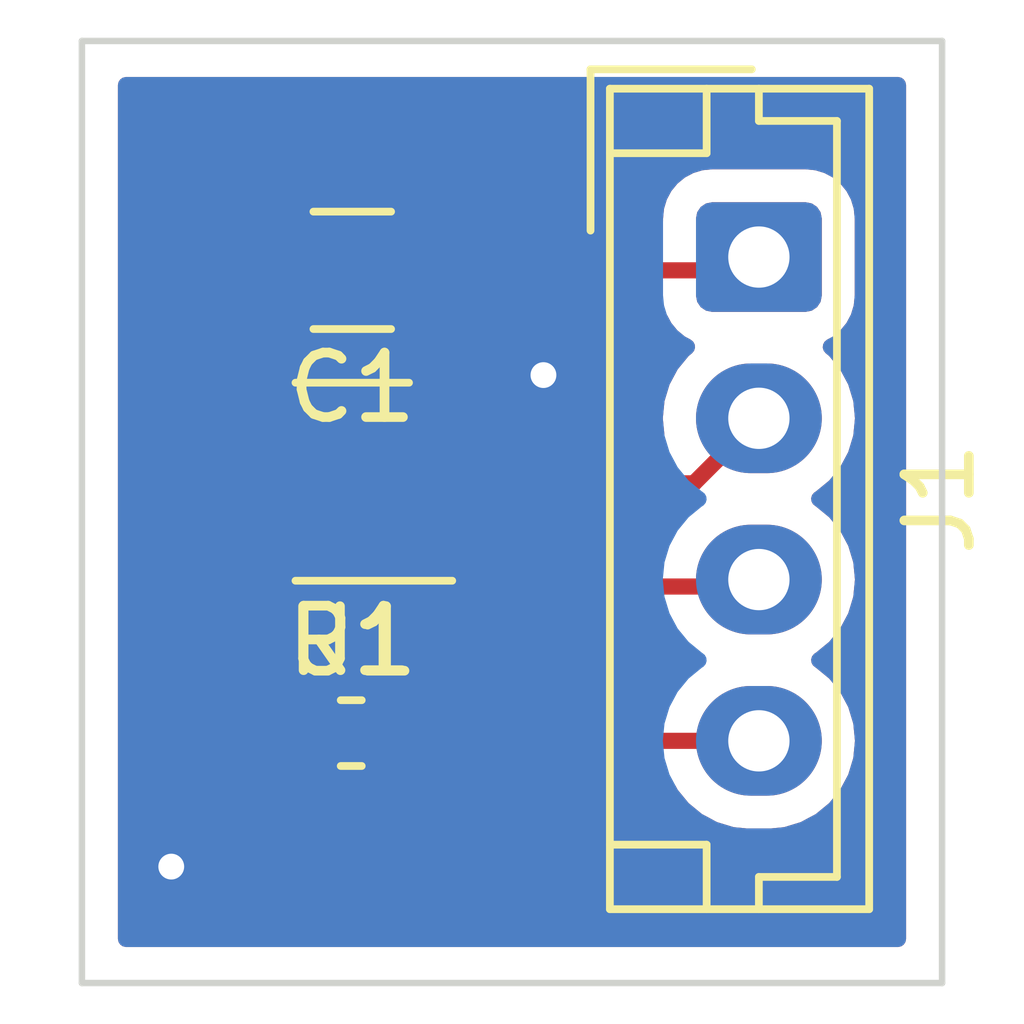
<source format=kicad_pcb>
(kicad_pcb (version 20171130) (host pcbnew "(5.1.6)-1")

  (general
    (thickness 1.6)
    (drawings 4)
    (tracks 23)
    (zones 0)
    (modules 4)
    (nets 7)
  )

  (page A4)
  (layers
    (0 F.Cu signal)
    (31 B.Cu signal hide)
    (32 B.Adhes user)
    (33 F.Adhes user)
    (34 B.Paste user)
    (35 F.Paste user)
    (36 B.SilkS user)
    (37 F.SilkS user)
    (38 B.Mask user)
    (39 F.Mask user)
    (40 Dwgs.User user)
    (41 Cmts.User user)
    (42 Eco1.User user)
    (43 Eco2.User user)
    (44 Edge.Cuts user)
    (45 Margin user)
    (46 B.CrtYd user)
    (47 F.CrtYd user)
    (48 B.Fab user)
    (49 F.Fab user)
  )

  (setup
    (last_trace_width 0.25)
    (trace_clearance 0.2)
    (zone_clearance 0.508)
    (zone_45_only no)
    (trace_min 0.2)
    (via_size 0.8)
    (via_drill 0.4)
    (via_min_size 0.4)
    (via_min_drill 0.3)
    (uvia_size 0.3)
    (uvia_drill 0.1)
    (uvias_allowed no)
    (uvia_min_size 0.2)
    (uvia_min_drill 0.1)
    (edge_width 0.05)
    (segment_width 0.2)
    (pcb_text_width 0.3)
    (pcb_text_size 1.5 1.5)
    (mod_edge_width 0.12)
    (mod_text_size 1 1)
    (mod_text_width 0.15)
    (pad_size 1.524 1.524)
    (pad_drill 0.762)
    (pad_to_mask_clearance 0.05)
    (aux_axis_origin 0 0)
    (visible_elements 7FFFFFFF)
    (pcbplotparams
      (layerselection 0x010fc_ffffffff)
      (usegerberextensions false)
      (usegerberattributes true)
      (usegerberadvancedattributes true)
      (creategerberjobfile true)
      (excludeedgelayer true)
      (linewidth 0.100000)
      (plotframeref false)
      (viasonmask false)
      (mode 1)
      (useauxorigin false)
      (hpglpennumber 1)
      (hpglpenspeed 20)
      (hpglpendiameter 15.000000)
      (psnegative false)
      (psa4output false)
      (plotreference true)
      (plotvalue true)
      (plotinvisibletext false)
      (padsonsilk false)
      (subtractmaskfromsilk false)
      (outputformat 1)
      (mirror false)
      (drillshape 1)
      (scaleselection 1)
      (outputdirectory ""))
  )

  (net 0 "")
  (net 1 V_out)
  (net 2 "Net-(C1-Pad2)")
  (net 3 V_in)
  (net 4 -5V)
  (net 5 +5V)
  (net 6 GND)

  (net_class Default "This is the default net class."
    (clearance 0.2)
    (trace_width 0.25)
    (via_dia 0.8)
    (via_drill 0.4)
    (uvia_dia 0.3)
    (uvia_drill 0.1)
    (add_net +5V)
    (add_net -5V)
    (add_net GND)
    (add_net "Net-(C1-Pad2)")
    (add_net V_in)
    (add_net V_out)
  )

  (module Capacitor_SMD:C_1206_3216Metric_Pad1.42x1.75mm_HandSolder placed (layer F.Cu) (tedit 5B301BBE) (tstamp 5EEBDB32)
    (at 96.266 39.116 180)
    (descr "Capacitor SMD 1206 (3216 Metric), square (rectangular) end terminal, IPC_7351 nominal with elongated pad for handsoldering. (Body size source: http://www.tortai-tech.com/upload/download/2011102023233369053.pdf), generated with kicad-footprint-generator")
    (tags "capacitor handsolder")
    (path /5EEBC28A)
    (attr smd)
    (fp_text reference C1 (at 0 -1.82) (layer F.SilkS)
      (effects (font (size 1 1) (thickness 0.15)))
    )
    (fp_text value C (at 0 1.524) (layer F.Fab)
      (effects (font (size 0.5 0.5) (thickness 0.125)))
    )
    (fp_line (start -1.6 0.8) (end -1.6 -0.8) (layer F.Fab) (width 0.1))
    (fp_line (start -1.6 -0.8) (end 1.6 -0.8) (layer F.Fab) (width 0.1))
    (fp_line (start 1.6 -0.8) (end 1.6 0.8) (layer F.Fab) (width 0.1))
    (fp_line (start 1.6 0.8) (end -1.6 0.8) (layer F.Fab) (width 0.1))
    (fp_line (start -0.602064 -0.91) (end 0.602064 -0.91) (layer F.SilkS) (width 0.12))
    (fp_line (start -0.602064 0.91) (end 0.602064 0.91) (layer F.SilkS) (width 0.12))
    (fp_line (start -2.45 1.12) (end -2.45 -1.12) (layer F.CrtYd) (width 0.05))
    (fp_line (start -2.45 -1.12) (end 2.45 -1.12) (layer F.CrtYd) (width 0.05))
    (fp_line (start 2.45 -1.12) (end 2.45 1.12) (layer F.CrtYd) (width 0.05))
    (fp_line (start 2.45 1.12) (end -2.45 1.12) (layer F.CrtYd) (width 0.05))
    (fp_text user %R (at 0 0) (layer F.Fab)
      (effects (font (size 0.8 0.8) (thickness 0.12)))
    )
    (pad 1 smd roundrect (at -1.4875 0 180) (size 1.425 1.75) (layers F.Cu F.Paste F.Mask) (roundrect_rratio 0.175439)
      (net 1 V_out))
    (pad 2 smd roundrect (at 1.4875 0 180) (size 1.425 1.75) (layers F.Cu F.Paste F.Mask) (roundrect_rratio 0.175439)
      (net 2 "Net-(C1-Pad2)"))
    (model ${KISYS3DMOD}/Capacitor_SMD.3dshapes/C_1206_3216Metric.wrl
      (at (xyz 0 0 0))
      (scale (xyz 1 1 1))
      (rotate (xyz 0 0 0))
    )
  )

  (module Resistor_SMD:R_0603_1608Metric placed (layer F.Cu) (tedit 5B301BBD) (tstamp 5EEBD33B)
    (at 96.25 46.29)
    (descr "Resistor SMD 0603 (1608 Metric), square (rectangular) end terminal, IPC_7351 nominal, (Body size source: http://www.tortai-tech.com/upload/download/2011102023233369053.pdf), generated with kicad-footprint-generator")
    (tags resistor)
    (path /5EEB676C)
    (attr smd)
    (fp_text reference R1 (at 0 -1.43) (layer F.SilkS)
      (effects (font (size 1 1) (thickness 0.15)))
    )
    (fp_text value 100 (at 0 1.43) (layer F.Fab)
      (effects (font (size 0.5 0.5) (thickness 0.125)))
    )
    (fp_line (start -0.8 0.4) (end -0.8 -0.4) (layer F.Fab) (width 0.1))
    (fp_line (start -0.8 -0.4) (end 0.8 -0.4) (layer F.Fab) (width 0.1))
    (fp_line (start 0.8 -0.4) (end 0.8 0.4) (layer F.Fab) (width 0.1))
    (fp_line (start 0.8 0.4) (end -0.8 0.4) (layer F.Fab) (width 0.1))
    (fp_line (start -0.162779 -0.51) (end 0.162779 -0.51) (layer F.SilkS) (width 0.12))
    (fp_line (start -0.162779 0.51) (end 0.162779 0.51) (layer F.SilkS) (width 0.12))
    (fp_line (start -1.48 0.73) (end -1.48 -0.73) (layer F.CrtYd) (width 0.05))
    (fp_line (start -1.48 -0.73) (end 1.48 -0.73) (layer F.CrtYd) (width 0.05))
    (fp_line (start 1.48 -0.73) (end 1.48 0.73) (layer F.CrtYd) (width 0.05))
    (fp_line (start 1.48 0.73) (end -1.48 0.73) (layer F.CrtYd) (width 0.05))
    (fp_text user %R (at 0 0) (layer F.Fab)
      (effects (font (size 0.4 0.4) (thickness 0.06)))
    )
    (pad 1 smd roundrect (at -0.7875 0) (size 0.875 0.95) (layers F.Cu F.Paste F.Mask) (roundrect_rratio 0.25)
      (net 2 "Net-(C1-Pad2)"))
    (pad 2 smd roundrect (at 0.7875 0) (size 0.875 0.95) (layers F.Cu F.Paste F.Mask) (roundrect_rratio 0.25)
      (net 3 V_in))
    (model ${KISYS3DMOD}/Resistor_SMD.3dshapes/R_0603_1608Metric.wrl
      (at (xyz 0 0 0))
      (scale (xyz 1 1 1))
      (rotate (xyz 0 0 0))
    )
  )

  (module Package_TO_SOT_SMD:TSOT-23-5 placed (layer F.Cu) (tedit 5A02FF57) (tstamp 5EEBD350)
    (at 96.266 42.418 180)
    (descr "5-pin TSOT23 package, http://cds.linear.com/docs/en/packaging/SOT_5_05-08-1635.pdf")
    (tags TSOT-23-5)
    (path /5EECCE36)
    (attr smd)
    (fp_text reference U1 (at 0 -2.45) (layer F.SilkS)
      (effects (font (size 1 1) (thickness 0.15)))
    )
    (fp_text value AD8603 (at 3.048 0 90) (layer F.Fab)
      (effects (font (size 0.5 0.5) (thickness 0.125)))
    )
    (fp_line (start -0.88 1.56) (end 0.88 1.56) (layer F.SilkS) (width 0.12))
    (fp_line (start 0.88 -1.51) (end -1.55 -1.51) (layer F.SilkS) (width 0.12))
    (fp_line (start -0.88 -1) (end -0.43 -1.45) (layer F.Fab) (width 0.1))
    (fp_line (start 0.88 -1.45) (end -0.43 -1.45) (layer F.Fab) (width 0.1))
    (fp_line (start -0.88 -1) (end -0.88 1.45) (layer F.Fab) (width 0.1))
    (fp_line (start 0.88 1.45) (end -0.88 1.45) (layer F.Fab) (width 0.1))
    (fp_line (start 0.88 -1.45) (end 0.88 1.45) (layer F.Fab) (width 0.1))
    (fp_line (start -2.17 -1.7) (end 2.17 -1.7) (layer F.CrtYd) (width 0.05))
    (fp_line (start -2.17 -1.7) (end -2.17 1.7) (layer F.CrtYd) (width 0.05))
    (fp_line (start 2.17 1.7) (end 2.17 -1.7) (layer F.CrtYd) (width 0.05))
    (fp_line (start 2.17 1.7) (end -2.17 1.7) (layer F.CrtYd) (width 0.05))
    (fp_text user %R (at 0 0) (layer F.Fab)
      (effects (font (size 0.5 0.5) (thickness 0.075)))
    )
    (pad 1 smd rect (at -1.31 -0.95 180) (size 1.22 0.65) (layers F.Cu F.Paste F.Mask)
      (net 1 V_out))
    (pad 2 smd rect (at -1.31 0 180) (size 1.22 0.65) (layers F.Cu F.Paste F.Mask)
      (net 4 -5V))
    (pad 3 smd rect (at -1.31 0.95 180) (size 1.22 0.65) (layers F.Cu F.Paste F.Mask)
      (net 6 GND))
    (pad 4 smd rect (at 1.31 0.95 180) (size 1.22 0.65) (layers F.Cu F.Paste F.Mask)
      (net 2 "Net-(C1-Pad2)"))
    (pad 5 smd rect (at 1.31 -0.95 180) (size 1.22 0.65) (layers F.Cu F.Paste F.Mask)
      (net 5 +5V))
    (model ${KISYS3DMOD}/Package_TO_SOT_SMD.3dshapes/TSOT-23-5.wrl
      (at (xyz 0 0 0))
      (scale (xyz 1 1 1))
      (rotate (xyz 0 0 0))
    )
  )

  (module Connector_JST:JST_EH_B4B-EH-A_1x04_P2.50mm_Vertical (layer F.Cu) (tedit 5C28142C) (tstamp 5EEB9615)
    (at 102.57 38.91 270)
    (descr "JST EH series connector, B4B-EH-A (http://www.jst-mfg.com/product/pdf/eng/eEH.pdf), generated with kicad-footprint-generator")
    (tags "connector JST EH vertical")
    (path /5EEC02F3)
    (fp_text reference J1 (at 3.75 -2.8 90) (layer F.SilkS)
      (effects (font (size 1 1) (thickness 0.15)))
    )
    (fp_text value Conn_01x04 (at 3.75 3.4 90) (layer F.Fab)
      (effects (font (size 1 1) (thickness 0.15)))
    )
    (fp_line (start -2.91 2.61) (end -0.41 2.61) (layer F.Fab) (width 0.1))
    (fp_line (start -2.91 0.11) (end -2.91 2.61) (layer F.Fab) (width 0.1))
    (fp_line (start -2.91 2.61) (end -0.41 2.61) (layer F.SilkS) (width 0.12))
    (fp_line (start -2.91 0.11) (end -2.91 2.61) (layer F.SilkS) (width 0.12))
    (fp_line (start 9.11 0.81) (end 9.11 2.31) (layer F.SilkS) (width 0.12))
    (fp_line (start 10.11 0.81) (end 9.11 0.81) (layer F.SilkS) (width 0.12))
    (fp_line (start -1.61 0.81) (end -1.61 2.31) (layer F.SilkS) (width 0.12))
    (fp_line (start -2.61 0.81) (end -1.61 0.81) (layer F.SilkS) (width 0.12))
    (fp_line (start 9.61 0) (end 10.11 0) (layer F.SilkS) (width 0.12))
    (fp_line (start 9.61 -1.21) (end 9.61 0) (layer F.SilkS) (width 0.12))
    (fp_line (start -2.11 -1.21) (end 9.61 -1.21) (layer F.SilkS) (width 0.12))
    (fp_line (start -2.11 0) (end -2.11 -1.21) (layer F.SilkS) (width 0.12))
    (fp_line (start -2.61 0) (end -2.11 0) (layer F.SilkS) (width 0.12))
    (fp_line (start 10.11 -1.71) (end -2.61 -1.71) (layer F.SilkS) (width 0.12))
    (fp_line (start 10.11 2.31) (end 10.11 -1.71) (layer F.SilkS) (width 0.12))
    (fp_line (start -2.61 2.31) (end 10.11 2.31) (layer F.SilkS) (width 0.12))
    (fp_line (start -2.61 -1.71) (end -2.61 2.31) (layer F.SilkS) (width 0.12))
    (fp_line (start 10.5 -2.1) (end -3 -2.1) (layer F.CrtYd) (width 0.05))
    (fp_line (start 10.5 2.7) (end 10.5 -2.1) (layer F.CrtYd) (width 0.05))
    (fp_line (start -3 2.7) (end 10.5 2.7) (layer F.CrtYd) (width 0.05))
    (fp_line (start -3 -2.1) (end -3 2.7) (layer F.CrtYd) (width 0.05))
    (fp_line (start 10 -1.6) (end -2.5 -1.6) (layer F.Fab) (width 0.1))
    (fp_line (start 10 2.2) (end 10 -1.6) (layer F.Fab) (width 0.1))
    (fp_line (start -2.5 2.2) (end 10 2.2) (layer F.Fab) (width 0.1))
    (fp_line (start -2.5 -1.6) (end -2.5 2.2) (layer F.Fab) (width 0.1))
    (fp_text user %R (at 3.75 1.5 90) (layer F.Fab)
      (effects (font (size 1 1) (thickness 0.15)))
    )
    (pad 1 thru_hole roundrect (at 0 0 270) (size 1.7 1.95) (drill 0.95) (layers *.Cu *.Mask) (roundrect_rratio 0.147059)
      (net 1 V_out))
    (pad 2 thru_hole oval (at 2.5 0 270) (size 1.7 1.95) (drill 0.95) (layers *.Cu *.Mask)
      (net 4 -5V))
    (pad 3 thru_hole oval (at 5 0 270) (size 1.7 1.95) (drill 0.95) (layers *.Cu *.Mask)
      (net 5 +5V))
    (pad 4 thru_hole oval (at 7.5 0 270) (size 1.7 1.95) (drill 0.95) (layers *.Cu *.Mask)
      (net 3 V_in))
    (model ${KISYS3DMOD}/Connector_JST.3dshapes/JST_EH_B4B-EH-A_1x04_P2.50mm_Vertical.wrl
      (at (xyz 0 0 0))
      (scale (xyz 1 1 1))
      (rotate (xyz 0 0 0))
    )
  )

  (gr_line (start 105.41 35.56) (end 105.41 50.165) (layer Edge.Cuts) (width 0.1))
  (gr_line (start 92.075 35.56) (end 105.41 35.56) (layer Edge.Cuts) (width 0.1))
  (gr_line (start 92.075 50.165) (end 92.075 35.56) (layer Edge.Cuts) (width 0.1))
  (gr_line (start 105.41 50.165) (end 92.075 50.165) (layer Edge.Cuts) (width 0.1))

  (via (at 93.46 48.36) (size 0.8) (drill 0.4) (layers F.Cu B.Cu) (net 6))
  (segment (start 96.640999 43.292999) (end 96.716 43.368) (width 0.25) (layer F.Cu) (net 1))
  (segment (start 96.640999 40.228501) (end 96.640999 43.292999) (width 0.25) (layer F.Cu) (net 1))
  (segment (start 96.716 43.368) (end 97.576 43.368) (width 0.25) (layer F.Cu) (net 1))
  (segment (start 97.7535 39.116) (end 96.640999 40.228501) (width 0.25) (layer F.Cu) (net 1))
  (segment (start 102.364 39.116) (end 102.57 38.91) (width 0.25) (layer F.Cu) (net 1))
  (segment (start 97.7535 39.116) (end 102.364 39.116) (width 0.25) (layer F.Cu) (net 1))
  (segment (start 94.7785 41.2905) (end 94.956 41.468) (width 0.25) (layer F.Cu) (net 2))
  (segment (start 94.7785 39.116) (end 94.7785 41.2905) (width 0.25) (layer F.Cu) (net 2))
  (segment (start 94.020999 44.848499) (end 95.4625 46.29) (width 0.25) (layer F.Cu) (net 2))
  (segment (start 94.020999 42.403001) (end 94.020999 44.848499) (width 0.25) (layer F.Cu) (net 2))
  (segment (start 94.956 41.468) (end 94.020999 42.403001) (width 0.25) (layer F.Cu) (net 2))
  (segment (start 97.1575 46.41) (end 97.0375 46.29) (width 0.25) (layer F.Cu) (net 3))
  (segment (start 102.57 46.41) (end 97.1575 46.41) (width 0.25) (layer F.Cu) (net 3))
  (segment (start 97.738 42.58) (end 97.576 42.418) (width 0.25) (layer F.Cu) (net 4))
  (segment (start 101.562 42.418) (end 97.576 42.418) (width 0.25) (layer F.Cu) (net 4))
  (segment (start 102.57 41.41) (end 101.562 42.418) (width 0.25) (layer F.Cu) (net 4))
  (segment (start 95.606001 44.018001) (end 94.956 43.368) (width 0.25) (layer F.Cu) (net 5))
  (segment (start 102.461999 44.018001) (end 95.606001 44.018001) (width 0.25) (layer F.Cu) (net 5))
  (segment (start 102.57 43.91) (end 102.461999 44.018001) (width 0.25) (layer F.Cu) (net 5))
  (via (at 99.23 40.74) (size 0.8) (drill 0.4) (layers F.Cu B.Cu) (net 6))
  (segment (start 97.576 41.468) (end 99.228 41.468) (width 0.25) (layer F.Cu) (net 6))
  (segment (start 99.228 41.468) (end 99.28 41.52) (width 0.25) (layer F.Cu) (net 6))

  (zone (net 6) (net_name GND) (layer B.Cu) (tstamp 0) (hatch edge 0.508)
    (connect_pads (clearance 0.508))
    (min_thickness 0.254)
    (fill yes (arc_segments 32) (thermal_gap 0.508) (thermal_bridge_width 0.508))
    (polygon
      (pts
        (xy 106.68 50.8) (xy 90.805 50.8) (xy 90.805 34.925) (xy 106.68 34.925)
      )
    )
    (filled_polygon
      (pts
        (xy 104.725001 49.48) (xy 92.76 49.48) (xy 92.76 41.41) (xy 100.952815 41.41) (xy 100.981487 41.701111)
        (xy 101.066401 41.981034) (xy 101.204294 42.239014) (xy 101.389866 42.465134) (xy 101.615986 42.650706) (xy 101.633374 42.66)
        (xy 101.615986 42.669294) (xy 101.389866 42.854866) (xy 101.204294 43.080986) (xy 101.066401 43.338966) (xy 100.981487 43.618889)
        (xy 100.952815 43.91) (xy 100.981487 44.201111) (xy 101.066401 44.481034) (xy 101.204294 44.739014) (xy 101.389866 44.965134)
        (xy 101.615986 45.150706) (xy 101.633374 45.16) (xy 101.615986 45.169294) (xy 101.389866 45.354866) (xy 101.204294 45.580986)
        (xy 101.066401 45.838966) (xy 100.981487 46.118889) (xy 100.952815 46.41) (xy 100.981487 46.701111) (xy 101.066401 46.981034)
        (xy 101.204294 47.239014) (xy 101.389866 47.465134) (xy 101.615986 47.650706) (xy 101.873966 47.788599) (xy 102.153889 47.873513)
        (xy 102.37205 47.895) (xy 102.76795 47.895) (xy 102.986111 47.873513) (xy 103.266034 47.788599) (xy 103.524014 47.650706)
        (xy 103.750134 47.465134) (xy 103.935706 47.239014) (xy 104.073599 46.981034) (xy 104.158513 46.701111) (xy 104.187185 46.41)
        (xy 104.158513 46.118889) (xy 104.073599 45.838966) (xy 103.935706 45.580986) (xy 103.750134 45.354866) (xy 103.524014 45.169294)
        (xy 103.506626 45.16) (xy 103.524014 45.150706) (xy 103.750134 44.965134) (xy 103.935706 44.739014) (xy 104.073599 44.481034)
        (xy 104.158513 44.201111) (xy 104.187185 43.91) (xy 104.158513 43.618889) (xy 104.073599 43.338966) (xy 103.935706 43.080986)
        (xy 103.750134 42.854866) (xy 103.524014 42.669294) (xy 103.506626 42.66) (xy 103.524014 42.650706) (xy 103.750134 42.465134)
        (xy 103.935706 42.239014) (xy 104.073599 41.981034) (xy 104.158513 41.701111) (xy 104.187185 41.41) (xy 104.158513 41.118889)
        (xy 104.073599 40.838966) (xy 103.935706 40.580986) (xy 103.750134 40.354866) (xy 103.686663 40.302777) (xy 103.788386 40.248405)
        (xy 103.922962 40.137962) (xy 104.033405 40.003386) (xy 104.115472 39.84985) (xy 104.166008 39.683254) (xy 104.183072 39.51)
        (xy 104.183072 38.31) (xy 104.166008 38.136746) (xy 104.115472 37.97015) (xy 104.033405 37.816614) (xy 103.922962 37.682038)
        (xy 103.788386 37.571595) (xy 103.63485 37.489528) (xy 103.468254 37.438992) (xy 103.295 37.421928) (xy 101.845 37.421928)
        (xy 101.671746 37.438992) (xy 101.50515 37.489528) (xy 101.351614 37.571595) (xy 101.217038 37.682038) (xy 101.106595 37.816614)
        (xy 101.024528 37.97015) (xy 100.973992 38.136746) (xy 100.956928 38.31) (xy 100.956928 39.51) (xy 100.973992 39.683254)
        (xy 101.024528 39.84985) (xy 101.106595 40.003386) (xy 101.217038 40.137962) (xy 101.351614 40.248405) (xy 101.453337 40.302777)
        (xy 101.389866 40.354866) (xy 101.204294 40.580986) (xy 101.066401 40.838966) (xy 100.981487 41.118889) (xy 100.952815 41.41)
        (xy 92.76 41.41) (xy 92.76 36.245) (xy 104.725 36.245)
      )
    )
  )
  (zone (net 6) (net_name GND) (layer F.Cu) (tstamp 0) (hatch edge 0.508)
    (connect_pads (clearance 0.508))
    (min_thickness 0.254)
    (fill yes (arc_segments 32) (thermal_gap 0.508) (thermal_bridge_width 0.508))
    (polygon
      (pts
        (xy 106.68 50.8) (xy 90.805 50.8) (xy 90.805 34.925) (xy 106.68 34.925)
      )
    )
    (filled_polygon
      (pts
        (xy 104.725001 49.48) (xy 92.76 49.48) (xy 92.76 42.403001) (xy 93.257323 42.403001) (xy 93.260999 42.440324)
        (xy 93.261 44.811167) (xy 93.257323 44.848499) (xy 93.271997 44.997484) (xy 93.315453 45.140745) (xy 93.386025 45.272775)
        (xy 93.399012 45.288599) (xy 93.480999 45.3885) (xy 93.509997 45.412298) (xy 94.386928 46.28923) (xy 94.386928 46.54625)
        (xy 94.403392 46.713408) (xy 94.45215 46.874142) (xy 94.531329 47.022275) (xy 94.637885 47.152115) (xy 94.767725 47.258671)
        (xy 94.915858 47.33785) (xy 95.076592 47.386608) (xy 95.24375 47.403072) (xy 95.68125 47.403072) (xy 95.848408 47.386608)
        (xy 96.009142 47.33785) (xy 96.157275 47.258671) (xy 96.25 47.182574) (xy 96.342725 47.258671) (xy 96.490858 47.33785)
        (xy 96.651592 47.386608) (xy 96.81875 47.403072) (xy 97.25625 47.403072) (xy 97.423408 47.386608) (xy 97.584142 47.33785)
        (xy 97.732275 47.258671) (xy 97.840322 47.17) (xy 101.167405 47.17) (xy 101.204294 47.239014) (xy 101.389866 47.465134)
        (xy 101.615986 47.650706) (xy 101.873966 47.788599) (xy 102.153889 47.873513) (xy 102.37205 47.895) (xy 102.76795 47.895)
        (xy 102.986111 47.873513) (xy 103.266034 47.788599) (xy 103.524014 47.650706) (xy 103.750134 47.465134) (xy 103.935706 47.239014)
        (xy 104.073599 46.981034) (xy 104.158513 46.701111) (xy 104.187185 46.41) (xy 104.158513 46.118889) (xy 104.073599 45.838966)
        (xy 103.935706 45.580986) (xy 103.750134 45.354866) (xy 103.524014 45.169294) (xy 103.506626 45.16) (xy 103.524014 45.150706)
        (xy 103.750134 44.965134) (xy 103.935706 44.739014) (xy 104.073599 44.481034) (xy 104.158513 44.201111) (xy 104.187185 43.91)
        (xy 104.158513 43.618889) (xy 104.073599 43.338966) (xy 103.935706 43.080986) (xy 103.750134 42.854866) (xy 103.524014 42.669294)
        (xy 103.506626 42.66) (xy 103.524014 42.650706) (xy 103.750134 42.465134) (xy 103.935706 42.239014) (xy 104.073599 41.981034)
        (xy 104.158513 41.701111) (xy 104.187185 41.41) (xy 104.158513 41.118889) (xy 104.073599 40.838966) (xy 103.935706 40.580986)
        (xy 103.750134 40.354866) (xy 103.686663 40.302777) (xy 103.788386 40.248405) (xy 103.922962 40.137962) (xy 104.033405 40.003386)
        (xy 104.115472 39.84985) (xy 104.166008 39.683254) (xy 104.183072 39.51) (xy 104.183072 38.31) (xy 104.166008 38.136746)
        (xy 104.115472 37.97015) (xy 104.033405 37.816614) (xy 103.922962 37.682038) (xy 103.788386 37.571595) (xy 103.63485 37.489528)
        (xy 103.468254 37.438992) (xy 103.295 37.421928) (xy 101.845 37.421928) (xy 101.671746 37.438992) (xy 101.50515 37.489528)
        (xy 101.351614 37.571595) (xy 101.217038 37.682038) (xy 101.106595 37.816614) (xy 101.024528 37.97015) (xy 100.973992 38.136746)
        (xy 100.956928 38.31) (xy 100.956928 38.356) (xy 99.090776 38.356) (xy 99.087008 38.317746) (xy 99.036472 38.15115)
        (xy 98.954405 37.997614) (xy 98.843962 37.863038) (xy 98.709386 37.752595) (xy 98.55585 37.670528) (xy 98.389254 37.619992)
        (xy 98.216 37.602928) (xy 97.291 37.602928) (xy 97.117746 37.619992) (xy 96.95115 37.670528) (xy 96.797614 37.752595)
        (xy 96.663038 37.863038) (xy 96.552595 37.997614) (xy 96.470528 38.15115) (xy 96.419992 38.317746) (xy 96.402928 38.491)
        (xy 96.402928 39.391771) (xy 96.130001 39.664697) (xy 96.129072 39.66546) (xy 96.129072 38.491) (xy 96.112008 38.317746)
        (xy 96.061472 38.15115) (xy 95.979405 37.997614) (xy 95.868962 37.863038) (xy 95.734386 37.752595) (xy 95.58085 37.670528)
        (xy 95.414254 37.619992) (xy 95.241 37.602928) (xy 94.316 37.602928) (xy 94.142746 37.619992) (xy 93.97615 37.670528)
        (xy 93.822614 37.752595) (xy 93.688038 37.863038) (xy 93.577595 37.997614) (xy 93.495528 38.15115) (xy 93.444992 38.317746)
        (xy 93.427928 38.491) (xy 93.427928 39.741) (xy 93.444992 39.914254) (xy 93.495528 40.08085) (xy 93.577595 40.234386)
        (xy 93.688038 40.368962) (xy 93.822614 40.479405) (xy 93.97615 40.561472) (xy 94.018501 40.574319) (xy 94.018501 40.598034)
        (xy 93.991506 40.612463) (xy 93.894815 40.691815) (xy 93.815463 40.788506) (xy 93.756498 40.89882) (xy 93.720188 41.018518)
        (xy 93.707928 41.143) (xy 93.707928 41.641271) (xy 93.510001 41.839197) (xy 93.480998 41.863) (xy 93.44489 41.906998)
        (xy 93.386025 41.978725) (xy 93.345695 42.054177) (xy 93.315453 42.110755) (xy 93.271996 42.254016) (xy 93.260999 42.365669)
        (xy 93.260999 42.365679) (xy 93.257323 42.403001) (xy 92.76 42.403001) (xy 92.76 36.245) (xy 104.725 36.245)
      )
    )
    (filled_polygon
      (pts
        (xy 101.106595 40.003386) (xy 101.217038 40.137962) (xy 101.351614 40.248405) (xy 101.453337 40.302777) (xy 101.389866 40.354866)
        (xy 101.204294 40.580986) (xy 101.066401 40.838966) (xy 100.981487 41.118889) (xy 100.952815 41.41) (xy 100.977241 41.658)
        (xy 98.72525 41.658) (xy 98.66225 41.595) (xy 98.580141 41.595) (xy 98.540494 41.562463) (xy 98.43018 41.503498)
        (xy 98.310482 41.467188) (xy 98.186 41.454928) (xy 97.429 41.454928) (xy 97.429 41.341) (xy 97.449 41.341)
        (xy 97.449 41.321) (xy 97.703 41.321) (xy 97.703 41.341) (xy 98.66225 41.341) (xy 98.821 41.18225)
        (xy 98.824072 41.143) (xy 98.811812 41.018518) (xy 98.775502 40.89882) (xy 98.716537 40.788506) (xy 98.637185 40.691815)
        (xy 98.540494 40.612463) (xy 98.485195 40.582905) (xy 98.55585 40.561472) (xy 98.709386 40.479405) (xy 98.843962 40.368962)
        (xy 98.954405 40.234386) (xy 99.036472 40.08085) (xy 99.087008 39.914254) (xy 99.090776 39.876) (xy 101.038506 39.876)
      )
    )
  )
)

</source>
